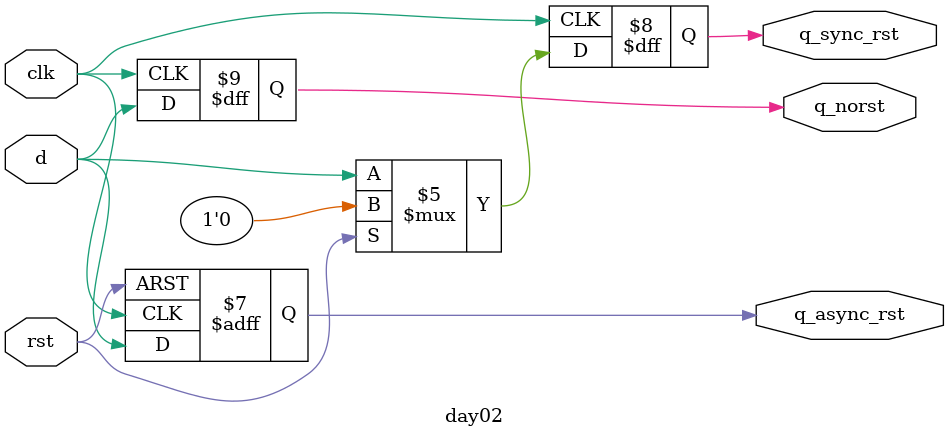
<source format=sv>
module day02 (
	input logic clk, rst,
	input logic d,
	output logic q_norst, q_sync_rst, q_async_rst
);

	always_ff @(posedge clk) begin: dff_no_rst
		q_norst <= d;
	end

	always_ff @(posedge clk) begin: dff_sync_rst
		if (rst)
			q_sync_rst <= 1'b0;
		else
			q_sync_rst <= d;
	end

	always_ff @(posedge clk or posedge rst) begin: dff_async_rst
		if (rst)
			q_async_rst <= 1'b0;
		else
			q_async_rst <= d;
	end

endmodule


</source>
